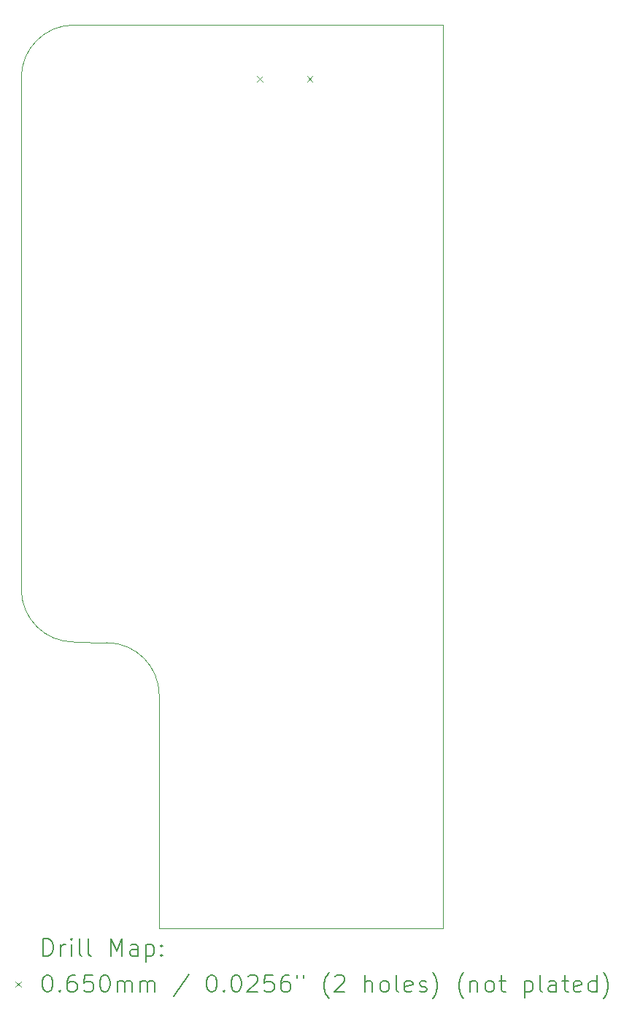
<source format=gbr>
%TF.GenerationSoftware,KiCad,Pcbnew,9.0.0*%
%TF.CreationDate,2025-04-10T20:16:36-07:00*%
%TF.ProjectId,ESP32_S2_SOLO_N4 Kicad Reference Design,45535033-325f-4533-925f-534f4c4f5f4e,rev?*%
%TF.SameCoordinates,Original*%
%TF.FileFunction,Drillmap*%
%TF.FilePolarity,Positive*%
%FSLAX45Y45*%
G04 Gerber Fmt 4.5, Leading zero omitted, Abs format (unit mm)*
G04 Created by KiCad (PCBNEW 9.0.0) date 2025-04-10 20:16:36*
%MOMM*%
%LPD*%
G01*
G04 APERTURE LIST*
%ADD10C,0.100000*%
%ADD11C,0.200000*%
G04 APERTURE END LIST*
D10*
X9880600Y-16497300D02*
X6591300Y-16497300D01*
X4991100Y-6764700D02*
X4991100Y-6631940D01*
X5600700Y-13174300D02*
G75*
G02*
X4991100Y-12564700I0J609600D01*
G01*
X5981700Y-13182600D02*
G75*
G02*
X6591300Y-13792200I0J-609600D01*
G01*
X6591300Y-16497300D02*
X6591300Y-13792200D01*
X5600700Y-6022340D02*
X9880600Y-6022340D01*
X5600700Y-13174300D02*
X5981700Y-13182600D01*
X4991100Y-6764700D02*
X4991100Y-12564700D01*
X4991100Y-6631940D02*
G75*
G02*
X5600700Y-6022340I609600J0D01*
G01*
X9880600Y-6155100D02*
X9880600Y-6022340D01*
X9880600Y-6155100D02*
X9880600Y-16497300D01*
D11*
D10*
X7727960Y-6616920D02*
X7792960Y-6681920D01*
X7792960Y-6616920D02*
X7727960Y-6681920D01*
X8305960Y-6616920D02*
X8370960Y-6681920D01*
X8370960Y-6616920D02*
X8305960Y-6681920D01*
D11*
X5246877Y-16813784D02*
X5246877Y-16613784D01*
X5246877Y-16613784D02*
X5294496Y-16613784D01*
X5294496Y-16613784D02*
X5323067Y-16623308D01*
X5323067Y-16623308D02*
X5342115Y-16642355D01*
X5342115Y-16642355D02*
X5351639Y-16661403D01*
X5351639Y-16661403D02*
X5361163Y-16699498D01*
X5361163Y-16699498D02*
X5361163Y-16728069D01*
X5361163Y-16728069D02*
X5351639Y-16766165D01*
X5351639Y-16766165D02*
X5342115Y-16785212D01*
X5342115Y-16785212D02*
X5323067Y-16804260D01*
X5323067Y-16804260D02*
X5294496Y-16813784D01*
X5294496Y-16813784D02*
X5246877Y-16813784D01*
X5446877Y-16813784D02*
X5446877Y-16680450D01*
X5446877Y-16718546D02*
X5456401Y-16699498D01*
X5456401Y-16699498D02*
X5465924Y-16689974D01*
X5465924Y-16689974D02*
X5484972Y-16680450D01*
X5484972Y-16680450D02*
X5504020Y-16680450D01*
X5570686Y-16813784D02*
X5570686Y-16680450D01*
X5570686Y-16613784D02*
X5561163Y-16623308D01*
X5561163Y-16623308D02*
X5570686Y-16632831D01*
X5570686Y-16632831D02*
X5580210Y-16623308D01*
X5580210Y-16623308D02*
X5570686Y-16613784D01*
X5570686Y-16613784D02*
X5570686Y-16632831D01*
X5694496Y-16813784D02*
X5675448Y-16804260D01*
X5675448Y-16804260D02*
X5665924Y-16785212D01*
X5665924Y-16785212D02*
X5665924Y-16613784D01*
X5799258Y-16813784D02*
X5780210Y-16804260D01*
X5780210Y-16804260D02*
X5770686Y-16785212D01*
X5770686Y-16785212D02*
X5770686Y-16613784D01*
X6027829Y-16813784D02*
X6027829Y-16613784D01*
X6027829Y-16613784D02*
X6094496Y-16756641D01*
X6094496Y-16756641D02*
X6161162Y-16613784D01*
X6161162Y-16613784D02*
X6161162Y-16813784D01*
X6342115Y-16813784D02*
X6342115Y-16709022D01*
X6342115Y-16709022D02*
X6332591Y-16689974D01*
X6332591Y-16689974D02*
X6313543Y-16680450D01*
X6313543Y-16680450D02*
X6275448Y-16680450D01*
X6275448Y-16680450D02*
X6256401Y-16689974D01*
X6342115Y-16804260D02*
X6323067Y-16813784D01*
X6323067Y-16813784D02*
X6275448Y-16813784D01*
X6275448Y-16813784D02*
X6256401Y-16804260D01*
X6256401Y-16804260D02*
X6246877Y-16785212D01*
X6246877Y-16785212D02*
X6246877Y-16766165D01*
X6246877Y-16766165D02*
X6256401Y-16747117D01*
X6256401Y-16747117D02*
X6275448Y-16737593D01*
X6275448Y-16737593D02*
X6323067Y-16737593D01*
X6323067Y-16737593D02*
X6342115Y-16728069D01*
X6437353Y-16680450D02*
X6437353Y-16880450D01*
X6437353Y-16689974D02*
X6456401Y-16680450D01*
X6456401Y-16680450D02*
X6494496Y-16680450D01*
X6494496Y-16680450D02*
X6513543Y-16689974D01*
X6513543Y-16689974D02*
X6523067Y-16699498D01*
X6523067Y-16699498D02*
X6532591Y-16718546D01*
X6532591Y-16718546D02*
X6532591Y-16775688D01*
X6532591Y-16775688D02*
X6523067Y-16794736D01*
X6523067Y-16794736D02*
X6513543Y-16804260D01*
X6513543Y-16804260D02*
X6494496Y-16813784D01*
X6494496Y-16813784D02*
X6456401Y-16813784D01*
X6456401Y-16813784D02*
X6437353Y-16804260D01*
X6618305Y-16794736D02*
X6627829Y-16804260D01*
X6627829Y-16804260D02*
X6618305Y-16813784D01*
X6618305Y-16813784D02*
X6608782Y-16804260D01*
X6608782Y-16804260D02*
X6618305Y-16794736D01*
X6618305Y-16794736D02*
X6618305Y-16813784D01*
X6618305Y-16689974D02*
X6627829Y-16699498D01*
X6627829Y-16699498D02*
X6618305Y-16709022D01*
X6618305Y-16709022D02*
X6608782Y-16699498D01*
X6608782Y-16699498D02*
X6618305Y-16689974D01*
X6618305Y-16689974D02*
X6618305Y-16709022D01*
D10*
X4921100Y-17109800D02*
X4986100Y-17174800D01*
X4986100Y-17109800D02*
X4921100Y-17174800D01*
D11*
X5284972Y-17033784D02*
X5304020Y-17033784D01*
X5304020Y-17033784D02*
X5323067Y-17043308D01*
X5323067Y-17043308D02*
X5332591Y-17052831D01*
X5332591Y-17052831D02*
X5342115Y-17071879D01*
X5342115Y-17071879D02*
X5351639Y-17109974D01*
X5351639Y-17109974D02*
X5351639Y-17157593D01*
X5351639Y-17157593D02*
X5342115Y-17195689D01*
X5342115Y-17195689D02*
X5332591Y-17214736D01*
X5332591Y-17214736D02*
X5323067Y-17224260D01*
X5323067Y-17224260D02*
X5304020Y-17233784D01*
X5304020Y-17233784D02*
X5284972Y-17233784D01*
X5284972Y-17233784D02*
X5265924Y-17224260D01*
X5265924Y-17224260D02*
X5256401Y-17214736D01*
X5256401Y-17214736D02*
X5246877Y-17195689D01*
X5246877Y-17195689D02*
X5237353Y-17157593D01*
X5237353Y-17157593D02*
X5237353Y-17109974D01*
X5237353Y-17109974D02*
X5246877Y-17071879D01*
X5246877Y-17071879D02*
X5256401Y-17052831D01*
X5256401Y-17052831D02*
X5265924Y-17043308D01*
X5265924Y-17043308D02*
X5284972Y-17033784D01*
X5437353Y-17214736D02*
X5446877Y-17224260D01*
X5446877Y-17224260D02*
X5437353Y-17233784D01*
X5437353Y-17233784D02*
X5427829Y-17224260D01*
X5427829Y-17224260D02*
X5437353Y-17214736D01*
X5437353Y-17214736D02*
X5437353Y-17233784D01*
X5618305Y-17033784D02*
X5580210Y-17033784D01*
X5580210Y-17033784D02*
X5561163Y-17043308D01*
X5561163Y-17043308D02*
X5551639Y-17052831D01*
X5551639Y-17052831D02*
X5532591Y-17081403D01*
X5532591Y-17081403D02*
X5523067Y-17119498D01*
X5523067Y-17119498D02*
X5523067Y-17195689D01*
X5523067Y-17195689D02*
X5532591Y-17214736D01*
X5532591Y-17214736D02*
X5542115Y-17224260D01*
X5542115Y-17224260D02*
X5561163Y-17233784D01*
X5561163Y-17233784D02*
X5599258Y-17233784D01*
X5599258Y-17233784D02*
X5618305Y-17224260D01*
X5618305Y-17224260D02*
X5627829Y-17214736D01*
X5627829Y-17214736D02*
X5637353Y-17195689D01*
X5637353Y-17195689D02*
X5637353Y-17148070D01*
X5637353Y-17148070D02*
X5627829Y-17129022D01*
X5627829Y-17129022D02*
X5618305Y-17119498D01*
X5618305Y-17119498D02*
X5599258Y-17109974D01*
X5599258Y-17109974D02*
X5561163Y-17109974D01*
X5561163Y-17109974D02*
X5542115Y-17119498D01*
X5542115Y-17119498D02*
X5532591Y-17129022D01*
X5532591Y-17129022D02*
X5523067Y-17148070D01*
X5818305Y-17033784D02*
X5723067Y-17033784D01*
X5723067Y-17033784D02*
X5713543Y-17129022D01*
X5713543Y-17129022D02*
X5723067Y-17119498D01*
X5723067Y-17119498D02*
X5742115Y-17109974D01*
X5742115Y-17109974D02*
X5789734Y-17109974D01*
X5789734Y-17109974D02*
X5808782Y-17119498D01*
X5808782Y-17119498D02*
X5818305Y-17129022D01*
X5818305Y-17129022D02*
X5827829Y-17148070D01*
X5827829Y-17148070D02*
X5827829Y-17195689D01*
X5827829Y-17195689D02*
X5818305Y-17214736D01*
X5818305Y-17214736D02*
X5808782Y-17224260D01*
X5808782Y-17224260D02*
X5789734Y-17233784D01*
X5789734Y-17233784D02*
X5742115Y-17233784D01*
X5742115Y-17233784D02*
X5723067Y-17224260D01*
X5723067Y-17224260D02*
X5713543Y-17214736D01*
X5951639Y-17033784D02*
X5970686Y-17033784D01*
X5970686Y-17033784D02*
X5989734Y-17043308D01*
X5989734Y-17043308D02*
X5999258Y-17052831D01*
X5999258Y-17052831D02*
X6008782Y-17071879D01*
X6008782Y-17071879D02*
X6018305Y-17109974D01*
X6018305Y-17109974D02*
X6018305Y-17157593D01*
X6018305Y-17157593D02*
X6008782Y-17195689D01*
X6008782Y-17195689D02*
X5999258Y-17214736D01*
X5999258Y-17214736D02*
X5989734Y-17224260D01*
X5989734Y-17224260D02*
X5970686Y-17233784D01*
X5970686Y-17233784D02*
X5951639Y-17233784D01*
X5951639Y-17233784D02*
X5932591Y-17224260D01*
X5932591Y-17224260D02*
X5923067Y-17214736D01*
X5923067Y-17214736D02*
X5913543Y-17195689D01*
X5913543Y-17195689D02*
X5904020Y-17157593D01*
X5904020Y-17157593D02*
X5904020Y-17109974D01*
X5904020Y-17109974D02*
X5913543Y-17071879D01*
X5913543Y-17071879D02*
X5923067Y-17052831D01*
X5923067Y-17052831D02*
X5932591Y-17043308D01*
X5932591Y-17043308D02*
X5951639Y-17033784D01*
X6104020Y-17233784D02*
X6104020Y-17100450D01*
X6104020Y-17119498D02*
X6113543Y-17109974D01*
X6113543Y-17109974D02*
X6132591Y-17100450D01*
X6132591Y-17100450D02*
X6161163Y-17100450D01*
X6161163Y-17100450D02*
X6180210Y-17109974D01*
X6180210Y-17109974D02*
X6189734Y-17129022D01*
X6189734Y-17129022D02*
X6189734Y-17233784D01*
X6189734Y-17129022D02*
X6199258Y-17109974D01*
X6199258Y-17109974D02*
X6218305Y-17100450D01*
X6218305Y-17100450D02*
X6246877Y-17100450D01*
X6246877Y-17100450D02*
X6265924Y-17109974D01*
X6265924Y-17109974D02*
X6275448Y-17129022D01*
X6275448Y-17129022D02*
X6275448Y-17233784D01*
X6370686Y-17233784D02*
X6370686Y-17100450D01*
X6370686Y-17119498D02*
X6380210Y-17109974D01*
X6380210Y-17109974D02*
X6399258Y-17100450D01*
X6399258Y-17100450D02*
X6427829Y-17100450D01*
X6427829Y-17100450D02*
X6446877Y-17109974D01*
X6446877Y-17109974D02*
X6456401Y-17129022D01*
X6456401Y-17129022D02*
X6456401Y-17233784D01*
X6456401Y-17129022D02*
X6465924Y-17109974D01*
X6465924Y-17109974D02*
X6484972Y-17100450D01*
X6484972Y-17100450D02*
X6513543Y-17100450D01*
X6513543Y-17100450D02*
X6532591Y-17109974D01*
X6532591Y-17109974D02*
X6542115Y-17129022D01*
X6542115Y-17129022D02*
X6542115Y-17233784D01*
X6932591Y-17024260D02*
X6761163Y-17281403D01*
X7189734Y-17033784D02*
X7208782Y-17033784D01*
X7208782Y-17033784D02*
X7227829Y-17043308D01*
X7227829Y-17043308D02*
X7237353Y-17052831D01*
X7237353Y-17052831D02*
X7246877Y-17071879D01*
X7246877Y-17071879D02*
X7256401Y-17109974D01*
X7256401Y-17109974D02*
X7256401Y-17157593D01*
X7256401Y-17157593D02*
X7246877Y-17195689D01*
X7246877Y-17195689D02*
X7237353Y-17214736D01*
X7237353Y-17214736D02*
X7227829Y-17224260D01*
X7227829Y-17224260D02*
X7208782Y-17233784D01*
X7208782Y-17233784D02*
X7189734Y-17233784D01*
X7189734Y-17233784D02*
X7170686Y-17224260D01*
X7170686Y-17224260D02*
X7161163Y-17214736D01*
X7161163Y-17214736D02*
X7151639Y-17195689D01*
X7151639Y-17195689D02*
X7142115Y-17157593D01*
X7142115Y-17157593D02*
X7142115Y-17109974D01*
X7142115Y-17109974D02*
X7151639Y-17071879D01*
X7151639Y-17071879D02*
X7161163Y-17052831D01*
X7161163Y-17052831D02*
X7170686Y-17043308D01*
X7170686Y-17043308D02*
X7189734Y-17033784D01*
X7342115Y-17214736D02*
X7351639Y-17224260D01*
X7351639Y-17224260D02*
X7342115Y-17233784D01*
X7342115Y-17233784D02*
X7332591Y-17224260D01*
X7332591Y-17224260D02*
X7342115Y-17214736D01*
X7342115Y-17214736D02*
X7342115Y-17233784D01*
X7475448Y-17033784D02*
X7494496Y-17033784D01*
X7494496Y-17033784D02*
X7513544Y-17043308D01*
X7513544Y-17043308D02*
X7523067Y-17052831D01*
X7523067Y-17052831D02*
X7532591Y-17071879D01*
X7532591Y-17071879D02*
X7542115Y-17109974D01*
X7542115Y-17109974D02*
X7542115Y-17157593D01*
X7542115Y-17157593D02*
X7532591Y-17195689D01*
X7532591Y-17195689D02*
X7523067Y-17214736D01*
X7523067Y-17214736D02*
X7513544Y-17224260D01*
X7513544Y-17224260D02*
X7494496Y-17233784D01*
X7494496Y-17233784D02*
X7475448Y-17233784D01*
X7475448Y-17233784D02*
X7456401Y-17224260D01*
X7456401Y-17224260D02*
X7446877Y-17214736D01*
X7446877Y-17214736D02*
X7437353Y-17195689D01*
X7437353Y-17195689D02*
X7427829Y-17157593D01*
X7427829Y-17157593D02*
X7427829Y-17109974D01*
X7427829Y-17109974D02*
X7437353Y-17071879D01*
X7437353Y-17071879D02*
X7446877Y-17052831D01*
X7446877Y-17052831D02*
X7456401Y-17043308D01*
X7456401Y-17043308D02*
X7475448Y-17033784D01*
X7618306Y-17052831D02*
X7627829Y-17043308D01*
X7627829Y-17043308D02*
X7646877Y-17033784D01*
X7646877Y-17033784D02*
X7694496Y-17033784D01*
X7694496Y-17033784D02*
X7713544Y-17043308D01*
X7713544Y-17043308D02*
X7723067Y-17052831D01*
X7723067Y-17052831D02*
X7732591Y-17071879D01*
X7732591Y-17071879D02*
X7732591Y-17090927D01*
X7732591Y-17090927D02*
X7723067Y-17119498D01*
X7723067Y-17119498D02*
X7608782Y-17233784D01*
X7608782Y-17233784D02*
X7732591Y-17233784D01*
X7913544Y-17033784D02*
X7818306Y-17033784D01*
X7818306Y-17033784D02*
X7808782Y-17129022D01*
X7808782Y-17129022D02*
X7818306Y-17119498D01*
X7818306Y-17119498D02*
X7837353Y-17109974D01*
X7837353Y-17109974D02*
X7884972Y-17109974D01*
X7884972Y-17109974D02*
X7904020Y-17119498D01*
X7904020Y-17119498D02*
X7913544Y-17129022D01*
X7913544Y-17129022D02*
X7923067Y-17148070D01*
X7923067Y-17148070D02*
X7923067Y-17195689D01*
X7923067Y-17195689D02*
X7913544Y-17214736D01*
X7913544Y-17214736D02*
X7904020Y-17224260D01*
X7904020Y-17224260D02*
X7884972Y-17233784D01*
X7884972Y-17233784D02*
X7837353Y-17233784D01*
X7837353Y-17233784D02*
X7818306Y-17224260D01*
X7818306Y-17224260D02*
X7808782Y-17214736D01*
X8094496Y-17033784D02*
X8056401Y-17033784D01*
X8056401Y-17033784D02*
X8037353Y-17043308D01*
X8037353Y-17043308D02*
X8027829Y-17052831D01*
X8027829Y-17052831D02*
X8008782Y-17081403D01*
X8008782Y-17081403D02*
X7999258Y-17119498D01*
X7999258Y-17119498D02*
X7999258Y-17195689D01*
X7999258Y-17195689D02*
X8008782Y-17214736D01*
X8008782Y-17214736D02*
X8018306Y-17224260D01*
X8018306Y-17224260D02*
X8037353Y-17233784D01*
X8037353Y-17233784D02*
X8075448Y-17233784D01*
X8075448Y-17233784D02*
X8094496Y-17224260D01*
X8094496Y-17224260D02*
X8104020Y-17214736D01*
X8104020Y-17214736D02*
X8113544Y-17195689D01*
X8113544Y-17195689D02*
X8113544Y-17148070D01*
X8113544Y-17148070D02*
X8104020Y-17129022D01*
X8104020Y-17129022D02*
X8094496Y-17119498D01*
X8094496Y-17119498D02*
X8075448Y-17109974D01*
X8075448Y-17109974D02*
X8037353Y-17109974D01*
X8037353Y-17109974D02*
X8018306Y-17119498D01*
X8018306Y-17119498D02*
X8008782Y-17129022D01*
X8008782Y-17129022D02*
X7999258Y-17148070D01*
X8189734Y-17033784D02*
X8189734Y-17071879D01*
X8265925Y-17033784D02*
X8265925Y-17071879D01*
X8561163Y-17309974D02*
X8551639Y-17300450D01*
X8551639Y-17300450D02*
X8532591Y-17271879D01*
X8532591Y-17271879D02*
X8523068Y-17252831D01*
X8523068Y-17252831D02*
X8513544Y-17224260D01*
X8513544Y-17224260D02*
X8504020Y-17176641D01*
X8504020Y-17176641D02*
X8504020Y-17138546D01*
X8504020Y-17138546D02*
X8513544Y-17090927D01*
X8513544Y-17090927D02*
X8523068Y-17062355D01*
X8523068Y-17062355D02*
X8532591Y-17043308D01*
X8532591Y-17043308D02*
X8551639Y-17014736D01*
X8551639Y-17014736D02*
X8561163Y-17005212D01*
X8627830Y-17052831D02*
X8637353Y-17043308D01*
X8637353Y-17043308D02*
X8656401Y-17033784D01*
X8656401Y-17033784D02*
X8704020Y-17033784D01*
X8704020Y-17033784D02*
X8723068Y-17043308D01*
X8723068Y-17043308D02*
X8732591Y-17052831D01*
X8732591Y-17052831D02*
X8742115Y-17071879D01*
X8742115Y-17071879D02*
X8742115Y-17090927D01*
X8742115Y-17090927D02*
X8732591Y-17119498D01*
X8732591Y-17119498D02*
X8618306Y-17233784D01*
X8618306Y-17233784D02*
X8742115Y-17233784D01*
X8980211Y-17233784D02*
X8980211Y-17033784D01*
X9065925Y-17233784D02*
X9065925Y-17129022D01*
X9065925Y-17129022D02*
X9056401Y-17109974D01*
X9056401Y-17109974D02*
X9037353Y-17100450D01*
X9037353Y-17100450D02*
X9008782Y-17100450D01*
X9008782Y-17100450D02*
X8989734Y-17109974D01*
X8989734Y-17109974D02*
X8980211Y-17119498D01*
X9189734Y-17233784D02*
X9170687Y-17224260D01*
X9170687Y-17224260D02*
X9161163Y-17214736D01*
X9161163Y-17214736D02*
X9151639Y-17195689D01*
X9151639Y-17195689D02*
X9151639Y-17138546D01*
X9151639Y-17138546D02*
X9161163Y-17119498D01*
X9161163Y-17119498D02*
X9170687Y-17109974D01*
X9170687Y-17109974D02*
X9189734Y-17100450D01*
X9189734Y-17100450D02*
X9218306Y-17100450D01*
X9218306Y-17100450D02*
X9237353Y-17109974D01*
X9237353Y-17109974D02*
X9246877Y-17119498D01*
X9246877Y-17119498D02*
X9256401Y-17138546D01*
X9256401Y-17138546D02*
X9256401Y-17195689D01*
X9256401Y-17195689D02*
X9246877Y-17214736D01*
X9246877Y-17214736D02*
X9237353Y-17224260D01*
X9237353Y-17224260D02*
X9218306Y-17233784D01*
X9218306Y-17233784D02*
X9189734Y-17233784D01*
X9370687Y-17233784D02*
X9351639Y-17224260D01*
X9351639Y-17224260D02*
X9342115Y-17205212D01*
X9342115Y-17205212D02*
X9342115Y-17033784D01*
X9523068Y-17224260D02*
X9504020Y-17233784D01*
X9504020Y-17233784D02*
X9465925Y-17233784D01*
X9465925Y-17233784D02*
X9446877Y-17224260D01*
X9446877Y-17224260D02*
X9437353Y-17205212D01*
X9437353Y-17205212D02*
X9437353Y-17129022D01*
X9437353Y-17129022D02*
X9446877Y-17109974D01*
X9446877Y-17109974D02*
X9465925Y-17100450D01*
X9465925Y-17100450D02*
X9504020Y-17100450D01*
X9504020Y-17100450D02*
X9523068Y-17109974D01*
X9523068Y-17109974D02*
X9532592Y-17129022D01*
X9532592Y-17129022D02*
X9532592Y-17148070D01*
X9532592Y-17148070D02*
X9437353Y-17167117D01*
X9608782Y-17224260D02*
X9627830Y-17233784D01*
X9627830Y-17233784D02*
X9665925Y-17233784D01*
X9665925Y-17233784D02*
X9684973Y-17224260D01*
X9684973Y-17224260D02*
X9694496Y-17205212D01*
X9694496Y-17205212D02*
X9694496Y-17195689D01*
X9694496Y-17195689D02*
X9684973Y-17176641D01*
X9684973Y-17176641D02*
X9665925Y-17167117D01*
X9665925Y-17167117D02*
X9637353Y-17167117D01*
X9637353Y-17167117D02*
X9618306Y-17157593D01*
X9618306Y-17157593D02*
X9608782Y-17138546D01*
X9608782Y-17138546D02*
X9608782Y-17129022D01*
X9608782Y-17129022D02*
X9618306Y-17109974D01*
X9618306Y-17109974D02*
X9637353Y-17100450D01*
X9637353Y-17100450D02*
X9665925Y-17100450D01*
X9665925Y-17100450D02*
X9684973Y-17109974D01*
X9761163Y-17309974D02*
X9770687Y-17300450D01*
X9770687Y-17300450D02*
X9789734Y-17271879D01*
X9789734Y-17271879D02*
X9799258Y-17252831D01*
X9799258Y-17252831D02*
X9808782Y-17224260D01*
X9808782Y-17224260D02*
X9818306Y-17176641D01*
X9818306Y-17176641D02*
X9818306Y-17138546D01*
X9818306Y-17138546D02*
X9808782Y-17090927D01*
X9808782Y-17090927D02*
X9799258Y-17062355D01*
X9799258Y-17062355D02*
X9789734Y-17043308D01*
X9789734Y-17043308D02*
X9770687Y-17014736D01*
X9770687Y-17014736D02*
X9761163Y-17005212D01*
X10123068Y-17309974D02*
X10113544Y-17300450D01*
X10113544Y-17300450D02*
X10094496Y-17271879D01*
X10094496Y-17271879D02*
X10084973Y-17252831D01*
X10084973Y-17252831D02*
X10075449Y-17224260D01*
X10075449Y-17224260D02*
X10065925Y-17176641D01*
X10065925Y-17176641D02*
X10065925Y-17138546D01*
X10065925Y-17138546D02*
X10075449Y-17090927D01*
X10075449Y-17090927D02*
X10084973Y-17062355D01*
X10084973Y-17062355D02*
X10094496Y-17043308D01*
X10094496Y-17043308D02*
X10113544Y-17014736D01*
X10113544Y-17014736D02*
X10123068Y-17005212D01*
X10199258Y-17100450D02*
X10199258Y-17233784D01*
X10199258Y-17119498D02*
X10208782Y-17109974D01*
X10208782Y-17109974D02*
X10227830Y-17100450D01*
X10227830Y-17100450D02*
X10256401Y-17100450D01*
X10256401Y-17100450D02*
X10275449Y-17109974D01*
X10275449Y-17109974D02*
X10284973Y-17129022D01*
X10284973Y-17129022D02*
X10284973Y-17233784D01*
X10408782Y-17233784D02*
X10389734Y-17224260D01*
X10389734Y-17224260D02*
X10380211Y-17214736D01*
X10380211Y-17214736D02*
X10370687Y-17195689D01*
X10370687Y-17195689D02*
X10370687Y-17138546D01*
X10370687Y-17138546D02*
X10380211Y-17119498D01*
X10380211Y-17119498D02*
X10389734Y-17109974D01*
X10389734Y-17109974D02*
X10408782Y-17100450D01*
X10408782Y-17100450D02*
X10437354Y-17100450D01*
X10437354Y-17100450D02*
X10456401Y-17109974D01*
X10456401Y-17109974D02*
X10465925Y-17119498D01*
X10465925Y-17119498D02*
X10475449Y-17138546D01*
X10475449Y-17138546D02*
X10475449Y-17195689D01*
X10475449Y-17195689D02*
X10465925Y-17214736D01*
X10465925Y-17214736D02*
X10456401Y-17224260D01*
X10456401Y-17224260D02*
X10437354Y-17233784D01*
X10437354Y-17233784D02*
X10408782Y-17233784D01*
X10532592Y-17100450D02*
X10608782Y-17100450D01*
X10561163Y-17033784D02*
X10561163Y-17205212D01*
X10561163Y-17205212D02*
X10570687Y-17224260D01*
X10570687Y-17224260D02*
X10589734Y-17233784D01*
X10589734Y-17233784D02*
X10608782Y-17233784D01*
X10827830Y-17100450D02*
X10827830Y-17300450D01*
X10827830Y-17109974D02*
X10846877Y-17100450D01*
X10846877Y-17100450D02*
X10884973Y-17100450D01*
X10884973Y-17100450D02*
X10904020Y-17109974D01*
X10904020Y-17109974D02*
X10913544Y-17119498D01*
X10913544Y-17119498D02*
X10923068Y-17138546D01*
X10923068Y-17138546D02*
X10923068Y-17195689D01*
X10923068Y-17195689D02*
X10913544Y-17214736D01*
X10913544Y-17214736D02*
X10904020Y-17224260D01*
X10904020Y-17224260D02*
X10884973Y-17233784D01*
X10884973Y-17233784D02*
X10846877Y-17233784D01*
X10846877Y-17233784D02*
X10827830Y-17224260D01*
X11037354Y-17233784D02*
X11018306Y-17224260D01*
X11018306Y-17224260D02*
X11008782Y-17205212D01*
X11008782Y-17205212D02*
X11008782Y-17033784D01*
X11199258Y-17233784D02*
X11199258Y-17129022D01*
X11199258Y-17129022D02*
X11189734Y-17109974D01*
X11189734Y-17109974D02*
X11170687Y-17100450D01*
X11170687Y-17100450D02*
X11132592Y-17100450D01*
X11132592Y-17100450D02*
X11113544Y-17109974D01*
X11199258Y-17224260D02*
X11180211Y-17233784D01*
X11180211Y-17233784D02*
X11132592Y-17233784D01*
X11132592Y-17233784D02*
X11113544Y-17224260D01*
X11113544Y-17224260D02*
X11104020Y-17205212D01*
X11104020Y-17205212D02*
X11104020Y-17186165D01*
X11104020Y-17186165D02*
X11113544Y-17167117D01*
X11113544Y-17167117D02*
X11132592Y-17157593D01*
X11132592Y-17157593D02*
X11180211Y-17157593D01*
X11180211Y-17157593D02*
X11199258Y-17148070D01*
X11265925Y-17100450D02*
X11342115Y-17100450D01*
X11294496Y-17033784D02*
X11294496Y-17205212D01*
X11294496Y-17205212D02*
X11304020Y-17224260D01*
X11304020Y-17224260D02*
X11323068Y-17233784D01*
X11323068Y-17233784D02*
X11342115Y-17233784D01*
X11484973Y-17224260D02*
X11465925Y-17233784D01*
X11465925Y-17233784D02*
X11427830Y-17233784D01*
X11427830Y-17233784D02*
X11408782Y-17224260D01*
X11408782Y-17224260D02*
X11399258Y-17205212D01*
X11399258Y-17205212D02*
X11399258Y-17129022D01*
X11399258Y-17129022D02*
X11408782Y-17109974D01*
X11408782Y-17109974D02*
X11427830Y-17100450D01*
X11427830Y-17100450D02*
X11465925Y-17100450D01*
X11465925Y-17100450D02*
X11484973Y-17109974D01*
X11484973Y-17109974D02*
X11494496Y-17129022D01*
X11494496Y-17129022D02*
X11494496Y-17148070D01*
X11494496Y-17148070D02*
X11399258Y-17167117D01*
X11665925Y-17233784D02*
X11665925Y-17033784D01*
X11665925Y-17224260D02*
X11646877Y-17233784D01*
X11646877Y-17233784D02*
X11608782Y-17233784D01*
X11608782Y-17233784D02*
X11589734Y-17224260D01*
X11589734Y-17224260D02*
X11580211Y-17214736D01*
X11580211Y-17214736D02*
X11570687Y-17195689D01*
X11570687Y-17195689D02*
X11570687Y-17138546D01*
X11570687Y-17138546D02*
X11580211Y-17119498D01*
X11580211Y-17119498D02*
X11589734Y-17109974D01*
X11589734Y-17109974D02*
X11608782Y-17100450D01*
X11608782Y-17100450D02*
X11646877Y-17100450D01*
X11646877Y-17100450D02*
X11665925Y-17109974D01*
X11742115Y-17309974D02*
X11751639Y-17300450D01*
X11751639Y-17300450D02*
X11770687Y-17271879D01*
X11770687Y-17271879D02*
X11780211Y-17252831D01*
X11780211Y-17252831D02*
X11789734Y-17224260D01*
X11789734Y-17224260D02*
X11799258Y-17176641D01*
X11799258Y-17176641D02*
X11799258Y-17138546D01*
X11799258Y-17138546D02*
X11789734Y-17090927D01*
X11789734Y-17090927D02*
X11780211Y-17062355D01*
X11780211Y-17062355D02*
X11770687Y-17043308D01*
X11770687Y-17043308D02*
X11751639Y-17014736D01*
X11751639Y-17014736D02*
X11742115Y-17005212D01*
M02*

</source>
